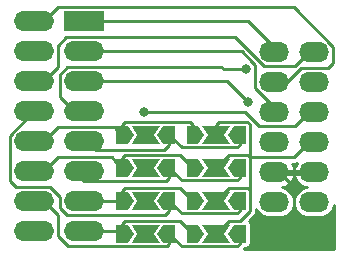
<source format=gbr>
G04 #@! TF.GenerationSoftware,KiCad,Pcbnew,5.1.5-52549c5~84~ubuntu19.10.1*
G04 #@! TF.CreationDate,2020-04-09T07:07:27-07:00*
G04 #@! TF.ProjectId,hub-75-pmod,6875622d-3735-42d7-906d-6f642e6b6963,rev?*
G04 #@! TF.SameCoordinates,PX2857260PY1dea728*
G04 #@! TF.FileFunction,Copper,L2,Bot*
G04 #@! TF.FilePolarity,Positive*
%FSLAX46Y46*%
G04 Gerber Fmt 4.6, Leading zero omitted, Abs format (unit mm)*
G04 Created by KiCad (PCBNEW 5.1.5-52549c5~84~ubuntu19.10.1) date 2020-04-09 07:07:27*
%MOMM*%
%LPD*%
G04 APERTURE LIST*
%ADD10O,3.400000X1.700000*%
%ADD11R,3.400000X1.700000*%
%ADD12C,0.100000*%
%ADD13O,2.540000X1.700000*%
%ADD14C,0.800000*%
%ADD15C,0.254000*%
%ADD16C,0.250000*%
G04 APERTURE END LIST*
D10*
X1934000Y-19610000D03*
X6174000Y-19610000D03*
X1934000Y-17070000D03*
X6174000Y-17070000D03*
X1934000Y-14530000D03*
X6174000Y-14530000D03*
X1934000Y-11990000D03*
X6174000Y-11990000D03*
X1934000Y-9450000D03*
X6174000Y-9450000D03*
X1934000Y-6910000D03*
X6174000Y-6910000D03*
X1934000Y-4370000D03*
X6174000Y-4370000D03*
X1934000Y-1830000D03*
D11*
X6174000Y-1830000D03*
G04 #@! TA.AperFunction,SMDPad,CuDef*
D12*
G36*
X18390000Y-19812000D02*
G01*
X18890000Y-19062000D01*
X19890000Y-19062000D01*
X19890000Y-20562000D01*
X18890000Y-20562000D01*
X18390000Y-19812000D01*
G37*
G04 #@! TD.AperFunction*
G04 #@! TA.AperFunction,Conductor*
G36*
X18090000Y-19812000D02*
G01*
X18590000Y-20562000D01*
X16190000Y-20562000D01*
X16690000Y-19812000D01*
X16190000Y-19062000D01*
X18590000Y-19062000D01*
X18090000Y-19812000D01*
G37*
G04 #@! TD.AperFunction*
G04 #@! TA.AperFunction,SMDPad,CuDef*
G36*
X16390000Y-19812000D02*
G01*
X15890000Y-20562000D01*
X14890000Y-20562000D01*
X14890000Y-19062000D01*
X15890000Y-19062000D01*
X16390000Y-19812000D01*
G37*
G04 #@! TD.AperFunction*
G04 #@! TA.AperFunction,SMDPad,CuDef*
G36*
X18390000Y-17018000D02*
G01*
X18890000Y-16268000D01*
X19890000Y-16268000D01*
X19890000Y-17768000D01*
X18890000Y-17768000D01*
X18390000Y-17018000D01*
G37*
G04 #@! TD.AperFunction*
G04 #@! TA.AperFunction,Conductor*
G36*
X18090000Y-17018000D02*
G01*
X18590000Y-17768000D01*
X16190000Y-17768000D01*
X16690000Y-17018000D01*
X16190000Y-16268000D01*
X18590000Y-16268000D01*
X18090000Y-17018000D01*
G37*
G04 #@! TD.AperFunction*
G04 #@! TA.AperFunction,SMDPad,CuDef*
G36*
X16390000Y-17018000D02*
G01*
X15890000Y-17768000D01*
X14890000Y-17768000D01*
X14890000Y-16268000D01*
X15890000Y-16268000D01*
X16390000Y-17018000D01*
G37*
G04 #@! TD.AperFunction*
G04 #@! TA.AperFunction,SMDPad,CuDef*
G36*
X18390000Y-14224000D02*
G01*
X18890000Y-13474000D01*
X19890000Y-13474000D01*
X19890000Y-14974000D01*
X18890000Y-14974000D01*
X18390000Y-14224000D01*
G37*
G04 #@! TD.AperFunction*
G04 #@! TA.AperFunction,Conductor*
G36*
X18090000Y-14224000D02*
G01*
X18590000Y-14974000D01*
X16190000Y-14974000D01*
X16690000Y-14224000D01*
X16190000Y-13474000D01*
X18590000Y-13474000D01*
X18090000Y-14224000D01*
G37*
G04 #@! TD.AperFunction*
G04 #@! TA.AperFunction,SMDPad,CuDef*
G36*
X16390000Y-14224000D02*
G01*
X15890000Y-14974000D01*
X14890000Y-14974000D01*
X14890000Y-13474000D01*
X15890000Y-13474000D01*
X16390000Y-14224000D01*
G37*
G04 #@! TD.AperFunction*
G04 #@! TA.AperFunction,SMDPad,CuDef*
G36*
X18390000Y-11430000D02*
G01*
X18890000Y-10680000D01*
X19890000Y-10680000D01*
X19890000Y-12180000D01*
X18890000Y-12180000D01*
X18390000Y-11430000D01*
G37*
G04 #@! TD.AperFunction*
G04 #@! TA.AperFunction,Conductor*
G36*
X18090000Y-11430000D02*
G01*
X18590000Y-12180000D01*
X16190000Y-12180000D01*
X16690000Y-11430000D01*
X16190000Y-10680000D01*
X18590000Y-10680000D01*
X18090000Y-11430000D01*
G37*
G04 #@! TD.AperFunction*
G04 #@! TA.AperFunction,SMDPad,CuDef*
G36*
X16390000Y-11430000D02*
G01*
X15890000Y-12180000D01*
X14890000Y-12180000D01*
X14890000Y-10680000D01*
X15890000Y-10680000D01*
X16390000Y-11430000D01*
G37*
G04 #@! TD.AperFunction*
G04 #@! TA.AperFunction,SMDPad,CuDef*
G36*
X12421000Y-19812000D02*
G01*
X12921000Y-19062000D01*
X13921000Y-19062000D01*
X13921000Y-20562000D01*
X12921000Y-20562000D01*
X12421000Y-19812000D01*
G37*
G04 #@! TD.AperFunction*
G04 #@! TA.AperFunction,Conductor*
G36*
X12121000Y-19812000D02*
G01*
X12621000Y-20562000D01*
X10221000Y-20562000D01*
X10721000Y-19812000D01*
X10221000Y-19062000D01*
X12621000Y-19062000D01*
X12121000Y-19812000D01*
G37*
G04 #@! TD.AperFunction*
G04 #@! TA.AperFunction,SMDPad,CuDef*
G36*
X10421000Y-19812000D02*
G01*
X9921000Y-20562000D01*
X8921000Y-20562000D01*
X8921000Y-19062000D01*
X9921000Y-19062000D01*
X10421000Y-19812000D01*
G37*
G04 #@! TD.AperFunction*
G04 #@! TA.AperFunction,SMDPad,CuDef*
G36*
X12421000Y-17018000D02*
G01*
X12921000Y-16268000D01*
X13921000Y-16268000D01*
X13921000Y-17768000D01*
X12921000Y-17768000D01*
X12421000Y-17018000D01*
G37*
G04 #@! TD.AperFunction*
G04 #@! TA.AperFunction,Conductor*
G36*
X12121000Y-17018000D02*
G01*
X12621000Y-17768000D01*
X10221000Y-17768000D01*
X10721000Y-17018000D01*
X10221000Y-16268000D01*
X12621000Y-16268000D01*
X12121000Y-17018000D01*
G37*
G04 #@! TD.AperFunction*
G04 #@! TA.AperFunction,SMDPad,CuDef*
G36*
X10421000Y-17018000D02*
G01*
X9921000Y-17768000D01*
X8921000Y-17768000D01*
X8921000Y-16268000D01*
X9921000Y-16268000D01*
X10421000Y-17018000D01*
G37*
G04 #@! TD.AperFunction*
G04 #@! TA.AperFunction,SMDPad,CuDef*
G36*
X12421000Y-14224000D02*
G01*
X12921000Y-13474000D01*
X13921000Y-13474000D01*
X13921000Y-14974000D01*
X12921000Y-14974000D01*
X12421000Y-14224000D01*
G37*
G04 #@! TD.AperFunction*
G04 #@! TA.AperFunction,Conductor*
G36*
X12121000Y-14224000D02*
G01*
X12621000Y-14974000D01*
X10221000Y-14974000D01*
X10721000Y-14224000D01*
X10221000Y-13474000D01*
X12621000Y-13474000D01*
X12121000Y-14224000D01*
G37*
G04 #@! TD.AperFunction*
G04 #@! TA.AperFunction,SMDPad,CuDef*
G36*
X10421000Y-14224000D02*
G01*
X9921000Y-14974000D01*
X8921000Y-14974000D01*
X8921000Y-13474000D01*
X9921000Y-13474000D01*
X10421000Y-14224000D01*
G37*
G04 #@! TD.AperFunction*
G04 #@! TA.AperFunction,SMDPad,CuDef*
G36*
X12421000Y-11430000D02*
G01*
X12921000Y-10680000D01*
X13921000Y-10680000D01*
X13921000Y-12180000D01*
X12921000Y-12180000D01*
X12421000Y-11430000D01*
G37*
G04 #@! TD.AperFunction*
G04 #@! TA.AperFunction,Conductor*
G36*
X12121000Y-11430000D02*
G01*
X12621000Y-12180000D01*
X10221000Y-12180000D01*
X10721000Y-11430000D01*
X10221000Y-10680000D01*
X12621000Y-10680000D01*
X12121000Y-11430000D01*
G37*
G04 #@! TD.AperFunction*
G04 #@! TA.AperFunction,SMDPad,CuDef*
G36*
X10421000Y-11430000D02*
G01*
X9921000Y-12180000D01*
X8921000Y-12180000D01*
X8921000Y-10680000D01*
X9921000Y-10680000D01*
X10421000Y-11430000D01*
G37*
G04 #@! TD.AperFunction*
D13*
X25664000Y-17145000D03*
X22324000Y-17145000D03*
X25664000Y-14605000D03*
X22324000Y-14605000D03*
X25664000Y-12065000D03*
X22324000Y-12065000D03*
X25664000Y-9525000D03*
X22324000Y-9525000D03*
X25664000Y-6985000D03*
X22324000Y-6985000D03*
X25664000Y-4445000D03*
X22324000Y-4445000D03*
D14*
X23994000Y-18415000D03*
X19937340Y-5843660D03*
X20057000Y-8636000D03*
X11167000Y-11430000D03*
X11167000Y-14224000D03*
X11167000Y-17018000D03*
X11167000Y-19812000D03*
X11294000Y-9525000D03*
D15*
X23994000Y-15875000D02*
X23994000Y-18415000D01*
X22724000Y-14605000D02*
X23994000Y-15875000D01*
X9219000Y-19610000D02*
X9421000Y-19812000D01*
X5324000Y-19610000D02*
X9219000Y-19610000D01*
X9421000Y-18962000D02*
X9421000Y-19812000D01*
X9648010Y-18734990D02*
X9421000Y-18962000D01*
X14312990Y-18734990D02*
X9648010Y-18734990D01*
X15390000Y-19812000D02*
X14312990Y-18734990D01*
X13421000Y-20662000D02*
X13421000Y-19812000D01*
X13193990Y-20889010D02*
X13421000Y-20662000D01*
X4861048Y-20889010D02*
X13193990Y-20889010D01*
X3961001Y-18247001D02*
X3961001Y-19988963D01*
X3961001Y-19988963D02*
X4861048Y-20889010D01*
X2784000Y-17070000D02*
X3961001Y-18247001D01*
X14498010Y-20889010D02*
X13991710Y-20382710D01*
X19162990Y-20889010D02*
X14498010Y-20889010D01*
X13991710Y-20382710D02*
X13421000Y-19812000D01*
X19390000Y-20662000D02*
X19162990Y-20889010D01*
X19390000Y-19812000D02*
X19390000Y-20662000D01*
X9369000Y-17070000D02*
X9421000Y-17018000D01*
X5324000Y-17070000D02*
X9369000Y-17070000D01*
X9648010Y-15940990D02*
X14312990Y-15940990D01*
X14819290Y-16447290D02*
X15390000Y-17018000D01*
X14312990Y-15940990D02*
X14819290Y-16447290D01*
X9421000Y-16168000D02*
X9648010Y-15940990D01*
X9421000Y-17018000D02*
X9421000Y-16168000D01*
X8850290Y-13653290D02*
X9421000Y-14224000D01*
X8549999Y-13352999D02*
X8850290Y-13653290D01*
X3961001Y-13352999D02*
X8549999Y-13352999D01*
X2784000Y-14530000D02*
X3961001Y-13352999D01*
X9421000Y-13374000D02*
X9421000Y-14224000D01*
X9648010Y-13146990D02*
X9421000Y-13374000D01*
X14312990Y-13146990D02*
X9648010Y-13146990D01*
X15390000Y-14224000D02*
X14312990Y-13146990D01*
X13421000Y-15074000D02*
X13421000Y-14224000D01*
X13115001Y-15379999D02*
X13421000Y-15074000D01*
X6173999Y-15379999D02*
X13115001Y-15379999D01*
X5324000Y-14530000D02*
X6173999Y-15379999D01*
X13991710Y-14794710D02*
X13421000Y-14224000D01*
X14498010Y-15301010D02*
X13991710Y-14794710D01*
X19162990Y-15301010D02*
X14498010Y-15301010D01*
X19390000Y-15074000D02*
X19162990Y-15301010D01*
X19390000Y-14224000D02*
X19390000Y-15074000D01*
X8850290Y-10859290D02*
X9421000Y-11430000D01*
X3961001Y-10812999D02*
X8803999Y-10812999D01*
X8803999Y-10812999D02*
X8850290Y-10859290D01*
X2784000Y-11990000D02*
X3961001Y-10812999D01*
X9648010Y-10352990D02*
X9421000Y-10580000D01*
X15162990Y-10352990D02*
X9648010Y-10352990D01*
X15390000Y-10580000D02*
X15162990Y-10352990D01*
X9421000Y-10580000D02*
X9421000Y-11430000D01*
X15390000Y-11430000D02*
X15390000Y-10580000D01*
X19390000Y-12280000D02*
X19390000Y-11430000D01*
X19162990Y-12507010D02*
X19390000Y-12280000D01*
X14498010Y-12507010D02*
X19162990Y-12507010D01*
X13421000Y-11430000D02*
X14498010Y-12507010D01*
X5324000Y-11990000D02*
X6526081Y-11990000D01*
X13008021Y-12692979D02*
X13421000Y-12280000D01*
X13421000Y-12280000D02*
X13421000Y-11430000D01*
X6526081Y-11990000D02*
X7229060Y-12692979D01*
X7229060Y-12692979D02*
X13008021Y-12692979D01*
X14498010Y-18095010D02*
X13991710Y-17588710D01*
X13991710Y-17588710D02*
X13421000Y-17018000D01*
X19162990Y-18095010D02*
X14498010Y-18095010D01*
X19390000Y-17868000D02*
X19162990Y-18095010D01*
X19390000Y-17018000D02*
X19390000Y-17868000D01*
X1959457Y-9450000D02*
X2784000Y-9450000D01*
X461999Y-15892999D02*
X-93010Y-15337990D01*
X13421000Y-17018000D02*
X13421000Y-17868000D01*
X-93010Y-11502467D02*
X1959457Y-9450000D01*
X3348961Y-15892999D02*
X461999Y-15892999D01*
X13421000Y-17868000D02*
X13041999Y-18247001D01*
X13041999Y-18247001D02*
X4759039Y-18247001D01*
X4759039Y-18247001D02*
X4146999Y-17634961D01*
X-93010Y-15337990D02*
X-93010Y-11502467D01*
X4146999Y-16691037D02*
X3348961Y-15892999D01*
X4146999Y-17634961D02*
X4146999Y-16691037D01*
X4146999Y-8272999D02*
X4146999Y-6345039D01*
X4146999Y-6345039D02*
X4759039Y-5732999D01*
X5324000Y-9450000D02*
X4146999Y-8272999D01*
X4759039Y-5732999D02*
X17857001Y-5732999D01*
D16*
X17857001Y-5732999D02*
X17967662Y-5843660D01*
X17967662Y-5843660D02*
X19371655Y-5843660D01*
X19371655Y-5843660D02*
X19937340Y-5843660D01*
D15*
X2784000Y-6910000D02*
X3961010Y-5732990D01*
X3961010Y-5732990D02*
X3961010Y-3882467D01*
X24086990Y-5622010D02*
X25264000Y-4445000D01*
X20902010Y-5093770D02*
X20902010Y-5107553D01*
X4650478Y-3192999D02*
X19001239Y-3192999D01*
X21416467Y-5622010D02*
X24086990Y-5622010D01*
X19001239Y-3192999D02*
X20902010Y-5093770D01*
X20902010Y-5107553D02*
X21416467Y-5622010D01*
X3961010Y-3882467D02*
X4650478Y-3192999D01*
X5324000Y-6910000D02*
X18331000Y-6910000D01*
X18331000Y-6910000D02*
X20057000Y-8636000D01*
X5324000Y-4370000D02*
X17569000Y-4370000D01*
D16*
X20450000Y-5281000D02*
X20450000Y-5294781D01*
X19539000Y-4370000D02*
X20450000Y-5281000D01*
X17569000Y-4370000D02*
X19539000Y-4370000D01*
X20450000Y-5294781D02*
X20700000Y-5544781D01*
X20700000Y-7501000D02*
X22724000Y-9525000D01*
X20700000Y-5544781D02*
X20700000Y-7501000D01*
D15*
X3961001Y-652999D02*
X23956542Y-652999D01*
X2784000Y-1830000D02*
X3961001Y-652999D01*
X26822009Y-5807990D02*
X24543078Y-5807990D01*
X23366068Y-6985000D02*
X22724000Y-6985000D01*
X24543078Y-5807990D02*
X23366068Y-6985000D01*
X27261010Y-5368990D02*
X26822009Y-5807990D01*
X27261010Y-3957467D02*
X27261010Y-5368990D01*
X23956542Y-652999D02*
X27261010Y-3957467D01*
X20109000Y-1830000D02*
X22724000Y-4445000D01*
X5324000Y-1830000D02*
X20109000Y-1830000D01*
X18210710Y-16197290D02*
X17390000Y-17018000D01*
X18467010Y-15940990D02*
X18210710Y-16197290D01*
X20025454Y-15940990D02*
X18467010Y-15940990D01*
X20217010Y-16132546D02*
X20025454Y-15940990D01*
X20217010Y-17903454D02*
X20217010Y-16132546D01*
X19385474Y-18734990D02*
X20217010Y-17903454D01*
X18467010Y-18734990D02*
X19385474Y-18734990D01*
X17390000Y-19812000D02*
X18467010Y-18734990D01*
X20217010Y-13338546D02*
X20217010Y-16132546D01*
X18467010Y-13146990D02*
X20025454Y-13146990D01*
X20025454Y-13146990D02*
X20217010Y-13338546D01*
X17390000Y-14224000D02*
X18467010Y-13146990D01*
X20217010Y-10544546D02*
X20217010Y-13338546D01*
X20025454Y-10352990D02*
X20217010Y-10544546D01*
X17390000Y-10580000D02*
X17617010Y-10352990D01*
X17617010Y-10352990D02*
X20025454Y-10352990D01*
X17390000Y-11430000D02*
X17390000Y-10580000D01*
X23990454Y-13338546D02*
X25264000Y-12065000D01*
X20217010Y-13338546D02*
X23990454Y-13338546D01*
X21016542Y-10702010D02*
X24086990Y-10702010D01*
X24086990Y-10702010D02*
X25264000Y-9525000D01*
X19839532Y-9525000D02*
X21016542Y-10702010D01*
X11294000Y-9525000D02*
X19839532Y-9525000D01*
G36*
X27347201Y-21133200D02*
G01*
X19709062Y-21133200D01*
X19765719Y-21076543D01*
X19787043Y-21059043D01*
X19838872Y-20995889D01*
X19890000Y-20995889D01*
X19974648Y-20987552D01*
X20056042Y-20962861D01*
X20131056Y-20922766D01*
X20196806Y-20868806D01*
X20250766Y-20803056D01*
X20290861Y-20728042D01*
X20315552Y-20646648D01*
X20323889Y-20562000D01*
X20323889Y-19062000D01*
X20315552Y-18977352D01*
X20290861Y-18895958D01*
X20250766Y-18820944D01*
X20196806Y-18755194D01*
X20174137Y-18736589D01*
X20592729Y-18317997D01*
X20614053Y-18300497D01*
X20683883Y-18215408D01*
X20735771Y-18118332D01*
X20767724Y-18012998D01*
X20775810Y-17930898D01*
X20775810Y-17930897D01*
X20778513Y-17903455D01*
X20775810Y-17876013D01*
X20775810Y-17753459D01*
X20833065Y-17860576D01*
X20993245Y-18055755D01*
X21188424Y-18215935D01*
X21411103Y-18334959D01*
X21652723Y-18408253D01*
X21841031Y-18426800D01*
X22806969Y-18426800D01*
X22995277Y-18408253D01*
X23236897Y-18334959D01*
X23459576Y-18215935D01*
X23654755Y-18055755D01*
X23814935Y-17860576D01*
X23933959Y-17637897D01*
X23994000Y-17439967D01*
X24054041Y-17637897D01*
X24173065Y-17860576D01*
X24333245Y-18055755D01*
X24528424Y-18215935D01*
X24751103Y-18334959D01*
X24992723Y-18408253D01*
X25181031Y-18426800D01*
X26146969Y-18426800D01*
X26335277Y-18408253D01*
X26576897Y-18334959D01*
X26799576Y-18215935D01*
X26994755Y-18055755D01*
X27154935Y-17860576D01*
X27273959Y-17637897D01*
X27347201Y-17396449D01*
X27347201Y-21133200D01*
G37*
X27347201Y-21133200D02*
X19709062Y-21133200D01*
X19765719Y-21076543D01*
X19787043Y-21059043D01*
X19838872Y-20995889D01*
X19890000Y-20995889D01*
X19974648Y-20987552D01*
X20056042Y-20962861D01*
X20131056Y-20922766D01*
X20196806Y-20868806D01*
X20250766Y-20803056D01*
X20290861Y-20728042D01*
X20315552Y-20646648D01*
X20323889Y-20562000D01*
X20323889Y-19062000D01*
X20315552Y-18977352D01*
X20290861Y-18895958D01*
X20250766Y-18820944D01*
X20196806Y-18755194D01*
X20174137Y-18736589D01*
X20592729Y-18317997D01*
X20614053Y-18300497D01*
X20683883Y-18215408D01*
X20735771Y-18118332D01*
X20767724Y-18012998D01*
X20775810Y-17930898D01*
X20775810Y-17930897D01*
X20778513Y-17903455D01*
X20775810Y-17876013D01*
X20775810Y-17753459D01*
X20833065Y-17860576D01*
X20993245Y-18055755D01*
X21188424Y-18215935D01*
X21411103Y-18334959D01*
X21652723Y-18408253D01*
X21841031Y-18426800D01*
X22806969Y-18426800D01*
X22995277Y-18408253D01*
X23236897Y-18334959D01*
X23459576Y-18215935D01*
X23654755Y-18055755D01*
X23814935Y-17860576D01*
X23933959Y-17637897D01*
X23994000Y-17439967D01*
X24054041Y-17637897D01*
X24173065Y-17860576D01*
X24333245Y-18055755D01*
X24528424Y-18215935D01*
X24751103Y-18334959D01*
X24992723Y-18408253D01*
X25181031Y-18426800D01*
X26146969Y-18426800D01*
X26335277Y-18408253D01*
X26576897Y-18334959D01*
X26799576Y-18215935D01*
X26994755Y-18055755D01*
X27154935Y-17860576D01*
X27273959Y-17637897D01*
X27347201Y-17396449D01*
X27347201Y-21133200D01*
G36*
X24107665Y-13998467D02*
G01*
X24011171Y-14231809D01*
X24004078Y-14280033D01*
X24077040Y-14478000D01*
X25537000Y-14478000D01*
X25537000Y-14458000D01*
X25791000Y-14458000D01*
X25791000Y-14478000D01*
X25811000Y-14478000D01*
X25811000Y-14732000D01*
X25791000Y-14732000D01*
X25791000Y-14752000D01*
X25537000Y-14752000D01*
X25537000Y-14732000D01*
X24077040Y-14732000D01*
X24004078Y-14929967D01*
X24011171Y-14978191D01*
X24107665Y-15211533D01*
X24247828Y-15421567D01*
X24426273Y-15600220D01*
X24636143Y-15740628D01*
X24869373Y-15837394D01*
X25058971Y-15875222D01*
X24992723Y-15881747D01*
X24751103Y-15955041D01*
X24528424Y-16074065D01*
X24333245Y-16234245D01*
X24173065Y-16429424D01*
X24054041Y-16652103D01*
X23994000Y-16850033D01*
X23933959Y-16652103D01*
X23814935Y-16429424D01*
X23654755Y-16234245D01*
X23459576Y-16074065D01*
X23236897Y-15955041D01*
X22995277Y-15881747D01*
X22929029Y-15875222D01*
X23118627Y-15837394D01*
X23351857Y-15740628D01*
X23561727Y-15600220D01*
X23740172Y-15421567D01*
X23880335Y-15211533D01*
X23976829Y-14978191D01*
X23983922Y-14929967D01*
X23910960Y-14732000D01*
X22451000Y-14732000D01*
X22451000Y-14752000D01*
X22197000Y-14752000D01*
X22197000Y-14732000D01*
X22177000Y-14732000D01*
X22177000Y-14478000D01*
X22197000Y-14478000D01*
X22197000Y-14458000D01*
X22451000Y-14458000D01*
X22451000Y-14478000D01*
X23910960Y-14478000D01*
X23983922Y-14280033D01*
X23976829Y-14231809D01*
X23880335Y-13998467D01*
X23812853Y-13897346D01*
X23963012Y-13897346D01*
X23990454Y-13900049D01*
X24017896Y-13897346D01*
X24017898Y-13897346D01*
X24099998Y-13889260D01*
X24200986Y-13858625D01*
X24107665Y-13998467D01*
G37*
X24107665Y-13998467D02*
X24011171Y-14231809D01*
X24004078Y-14280033D01*
X24077040Y-14478000D01*
X25537000Y-14478000D01*
X25537000Y-14458000D01*
X25791000Y-14458000D01*
X25791000Y-14478000D01*
X25811000Y-14478000D01*
X25811000Y-14732000D01*
X25791000Y-14732000D01*
X25791000Y-14752000D01*
X25537000Y-14752000D01*
X25537000Y-14732000D01*
X24077040Y-14732000D01*
X24004078Y-14929967D01*
X24011171Y-14978191D01*
X24107665Y-15211533D01*
X24247828Y-15421567D01*
X24426273Y-15600220D01*
X24636143Y-15740628D01*
X24869373Y-15837394D01*
X25058971Y-15875222D01*
X24992723Y-15881747D01*
X24751103Y-15955041D01*
X24528424Y-16074065D01*
X24333245Y-16234245D01*
X24173065Y-16429424D01*
X24054041Y-16652103D01*
X23994000Y-16850033D01*
X23933959Y-16652103D01*
X23814935Y-16429424D01*
X23654755Y-16234245D01*
X23459576Y-16074065D01*
X23236897Y-15955041D01*
X22995277Y-15881747D01*
X22929029Y-15875222D01*
X23118627Y-15837394D01*
X23351857Y-15740628D01*
X23561727Y-15600220D01*
X23740172Y-15421567D01*
X23880335Y-15211533D01*
X23976829Y-14978191D01*
X23983922Y-14929967D01*
X23910960Y-14732000D01*
X22451000Y-14732000D01*
X22451000Y-14752000D01*
X22197000Y-14752000D01*
X22197000Y-14732000D01*
X22177000Y-14732000D01*
X22177000Y-14478000D01*
X22197000Y-14478000D01*
X22197000Y-14458000D01*
X22451000Y-14458000D01*
X22451000Y-14478000D01*
X23910960Y-14478000D01*
X23983922Y-14280033D01*
X23976829Y-14231809D01*
X23880335Y-13998467D01*
X23812853Y-13897346D01*
X23963012Y-13897346D01*
X23990454Y-13900049D01*
X24017896Y-13897346D01*
X24017898Y-13897346D01*
X24099998Y-13889260D01*
X24200986Y-13858625D01*
X24107665Y-13998467D01*
M02*

</source>
